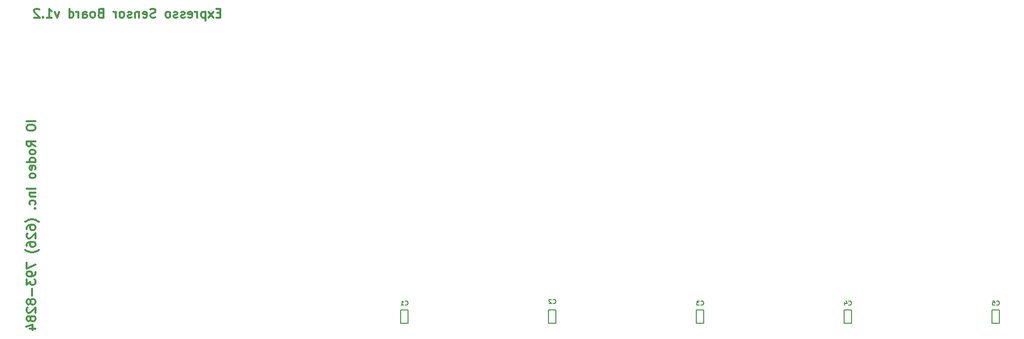
<source format=gbo>
G04 (created by PCBNEW-RS274X (2011-05-25)-stable) date Fri 21 Sep 2012 01:47:41 PM PDT*
G01*
G70*
G90*
%MOIN*%
G04 Gerber Fmt 3.4, Leading zero omitted, Abs format*
%FSLAX34Y34*%
G04 APERTURE LIST*
%ADD10C,0.006000*%
%ADD11C,0.012000*%
%ADD12C,0.005000*%
%ADD13C,0.005900*%
G04 APERTURE END LIST*
G54D10*
G54D11*
X33647Y-12937D02*
X33447Y-12937D01*
X33361Y-13251D02*
X33647Y-13251D01*
X33647Y-12651D01*
X33361Y-12651D01*
X33161Y-13251D02*
X32847Y-12851D01*
X33161Y-12851D02*
X32847Y-13251D01*
X32618Y-12851D02*
X32618Y-13451D01*
X32618Y-12879D02*
X32561Y-12851D01*
X32447Y-12851D01*
X32390Y-12879D01*
X32361Y-12908D01*
X32332Y-12965D01*
X32332Y-13137D01*
X32361Y-13194D01*
X32390Y-13222D01*
X32447Y-13251D01*
X32561Y-13251D01*
X32618Y-13222D01*
X32075Y-13251D02*
X32075Y-12851D01*
X32075Y-12965D02*
X32047Y-12908D01*
X32018Y-12879D01*
X31961Y-12851D01*
X31904Y-12851D01*
X31476Y-13222D02*
X31533Y-13251D01*
X31647Y-13251D01*
X31704Y-13222D01*
X31733Y-13165D01*
X31733Y-12937D01*
X31704Y-12879D01*
X31647Y-12851D01*
X31533Y-12851D01*
X31476Y-12879D01*
X31447Y-12937D01*
X31447Y-12994D01*
X31733Y-13051D01*
X31219Y-13222D02*
X31162Y-13251D01*
X31047Y-13251D01*
X30990Y-13222D01*
X30962Y-13165D01*
X30962Y-13137D01*
X30990Y-13079D01*
X31047Y-13051D01*
X31133Y-13051D01*
X31190Y-13022D01*
X31219Y-12965D01*
X31219Y-12937D01*
X31190Y-12879D01*
X31133Y-12851D01*
X31047Y-12851D01*
X30990Y-12879D01*
X30733Y-13222D02*
X30676Y-13251D01*
X30561Y-13251D01*
X30504Y-13222D01*
X30476Y-13165D01*
X30476Y-13137D01*
X30504Y-13079D01*
X30561Y-13051D01*
X30647Y-13051D01*
X30704Y-13022D01*
X30733Y-12965D01*
X30733Y-12937D01*
X30704Y-12879D01*
X30647Y-12851D01*
X30561Y-12851D01*
X30504Y-12879D01*
X30132Y-13251D02*
X30190Y-13222D01*
X30218Y-13194D01*
X30247Y-13137D01*
X30247Y-12965D01*
X30218Y-12908D01*
X30190Y-12879D01*
X30132Y-12851D01*
X30047Y-12851D01*
X29990Y-12879D01*
X29961Y-12908D01*
X29932Y-12965D01*
X29932Y-13137D01*
X29961Y-13194D01*
X29990Y-13222D01*
X30047Y-13251D01*
X30132Y-13251D01*
X29247Y-13222D02*
X29161Y-13251D01*
X29018Y-13251D01*
X28961Y-13222D01*
X28932Y-13194D01*
X28904Y-13137D01*
X28904Y-13079D01*
X28932Y-13022D01*
X28961Y-12994D01*
X29018Y-12965D01*
X29132Y-12937D01*
X29190Y-12908D01*
X29218Y-12879D01*
X29247Y-12822D01*
X29247Y-12765D01*
X29218Y-12708D01*
X29190Y-12679D01*
X29132Y-12651D01*
X28990Y-12651D01*
X28904Y-12679D01*
X28419Y-13222D02*
X28476Y-13251D01*
X28590Y-13251D01*
X28647Y-13222D01*
X28676Y-13165D01*
X28676Y-12937D01*
X28647Y-12879D01*
X28590Y-12851D01*
X28476Y-12851D01*
X28419Y-12879D01*
X28390Y-12937D01*
X28390Y-12994D01*
X28676Y-13051D01*
X28133Y-12851D02*
X28133Y-13251D01*
X28133Y-12908D02*
X28105Y-12879D01*
X28047Y-12851D01*
X27962Y-12851D01*
X27905Y-12879D01*
X27876Y-12937D01*
X27876Y-13251D01*
X27619Y-13222D02*
X27562Y-13251D01*
X27447Y-13251D01*
X27390Y-13222D01*
X27362Y-13165D01*
X27362Y-13137D01*
X27390Y-13079D01*
X27447Y-13051D01*
X27533Y-13051D01*
X27590Y-13022D01*
X27619Y-12965D01*
X27619Y-12937D01*
X27590Y-12879D01*
X27533Y-12851D01*
X27447Y-12851D01*
X27390Y-12879D01*
X27018Y-13251D02*
X27076Y-13222D01*
X27104Y-13194D01*
X27133Y-13137D01*
X27133Y-12965D01*
X27104Y-12908D01*
X27076Y-12879D01*
X27018Y-12851D01*
X26933Y-12851D01*
X26876Y-12879D01*
X26847Y-12908D01*
X26818Y-12965D01*
X26818Y-13137D01*
X26847Y-13194D01*
X26876Y-13222D01*
X26933Y-13251D01*
X27018Y-13251D01*
X26561Y-13251D02*
X26561Y-12851D01*
X26561Y-12965D02*
X26533Y-12908D01*
X26504Y-12879D01*
X26447Y-12851D01*
X26390Y-12851D01*
X25533Y-12937D02*
X25447Y-12965D01*
X25419Y-12994D01*
X25390Y-13051D01*
X25390Y-13137D01*
X25419Y-13194D01*
X25447Y-13222D01*
X25505Y-13251D01*
X25733Y-13251D01*
X25733Y-12651D01*
X25533Y-12651D01*
X25476Y-12679D01*
X25447Y-12708D01*
X25419Y-12765D01*
X25419Y-12822D01*
X25447Y-12879D01*
X25476Y-12908D01*
X25533Y-12937D01*
X25733Y-12937D01*
X25047Y-13251D02*
X25105Y-13222D01*
X25133Y-13194D01*
X25162Y-13137D01*
X25162Y-12965D01*
X25133Y-12908D01*
X25105Y-12879D01*
X25047Y-12851D01*
X24962Y-12851D01*
X24905Y-12879D01*
X24876Y-12908D01*
X24847Y-12965D01*
X24847Y-13137D01*
X24876Y-13194D01*
X24905Y-13222D01*
X24962Y-13251D01*
X25047Y-13251D01*
X24333Y-13251D02*
X24333Y-12937D01*
X24362Y-12879D01*
X24419Y-12851D01*
X24533Y-12851D01*
X24590Y-12879D01*
X24333Y-13222D02*
X24390Y-13251D01*
X24533Y-13251D01*
X24590Y-13222D01*
X24619Y-13165D01*
X24619Y-13108D01*
X24590Y-13051D01*
X24533Y-13022D01*
X24390Y-13022D01*
X24333Y-12994D01*
X24047Y-13251D02*
X24047Y-12851D01*
X24047Y-12965D02*
X24019Y-12908D01*
X23990Y-12879D01*
X23933Y-12851D01*
X23876Y-12851D01*
X23419Y-13251D02*
X23419Y-12651D01*
X23419Y-13222D02*
X23476Y-13251D01*
X23590Y-13251D01*
X23648Y-13222D01*
X23676Y-13194D01*
X23705Y-13137D01*
X23705Y-12965D01*
X23676Y-12908D01*
X23648Y-12879D01*
X23590Y-12851D01*
X23476Y-12851D01*
X23419Y-12879D01*
X22733Y-12851D02*
X22590Y-13251D01*
X22448Y-12851D01*
X21905Y-13251D02*
X22248Y-13251D01*
X22076Y-13251D02*
X22076Y-12651D01*
X22133Y-12737D01*
X22191Y-12794D01*
X22248Y-12822D01*
X21648Y-13194D02*
X21620Y-13222D01*
X21648Y-13251D01*
X21677Y-13222D01*
X21648Y-13194D01*
X21648Y-13251D01*
X21391Y-12708D02*
X21362Y-12679D01*
X21305Y-12651D01*
X21162Y-12651D01*
X21105Y-12679D01*
X21076Y-12708D01*
X21048Y-12765D01*
X21048Y-12822D01*
X21076Y-12908D01*
X21419Y-13251D01*
X21048Y-13251D01*
X21128Y-20246D02*
X20528Y-20246D01*
X20528Y-20646D02*
X20528Y-20760D01*
X20556Y-20818D01*
X20614Y-20875D01*
X20728Y-20903D01*
X20928Y-20903D01*
X21042Y-20875D01*
X21099Y-20818D01*
X21128Y-20760D01*
X21128Y-20646D01*
X21099Y-20589D01*
X21042Y-20532D01*
X20928Y-20503D01*
X20728Y-20503D01*
X20614Y-20532D01*
X20556Y-20589D01*
X20528Y-20646D01*
X21128Y-21961D02*
X20842Y-21761D01*
X21128Y-21618D02*
X20528Y-21618D01*
X20528Y-21846D01*
X20556Y-21904D01*
X20585Y-21932D01*
X20642Y-21961D01*
X20728Y-21961D01*
X20785Y-21932D01*
X20814Y-21904D01*
X20842Y-21846D01*
X20842Y-21618D01*
X21128Y-22304D02*
X21099Y-22246D01*
X21071Y-22218D01*
X21014Y-22189D01*
X20842Y-22189D01*
X20785Y-22218D01*
X20756Y-22246D01*
X20728Y-22304D01*
X20728Y-22389D01*
X20756Y-22446D01*
X20785Y-22475D01*
X20842Y-22504D01*
X21014Y-22504D01*
X21071Y-22475D01*
X21099Y-22446D01*
X21128Y-22389D01*
X21128Y-22304D01*
X21128Y-23018D02*
X20528Y-23018D01*
X21099Y-23018D02*
X21128Y-22961D01*
X21128Y-22847D01*
X21099Y-22789D01*
X21071Y-22761D01*
X21014Y-22732D01*
X20842Y-22732D01*
X20785Y-22761D01*
X20756Y-22789D01*
X20728Y-22847D01*
X20728Y-22961D01*
X20756Y-23018D01*
X21099Y-23532D02*
X21128Y-23475D01*
X21128Y-23361D01*
X21099Y-23304D01*
X21042Y-23275D01*
X20814Y-23275D01*
X20756Y-23304D01*
X20728Y-23361D01*
X20728Y-23475D01*
X20756Y-23532D01*
X20814Y-23561D01*
X20871Y-23561D01*
X20928Y-23275D01*
X21128Y-23904D02*
X21099Y-23846D01*
X21071Y-23818D01*
X21014Y-23789D01*
X20842Y-23789D01*
X20785Y-23818D01*
X20756Y-23846D01*
X20728Y-23904D01*
X20728Y-23989D01*
X20756Y-24046D01*
X20785Y-24075D01*
X20842Y-24104D01*
X21014Y-24104D01*
X21071Y-24075D01*
X21099Y-24046D01*
X21128Y-23989D01*
X21128Y-23904D01*
X21128Y-24818D02*
X20528Y-24818D01*
X20728Y-25104D02*
X21128Y-25104D01*
X20785Y-25104D02*
X20756Y-25132D01*
X20728Y-25190D01*
X20728Y-25275D01*
X20756Y-25332D01*
X20814Y-25361D01*
X21128Y-25361D01*
X21099Y-25904D02*
X21128Y-25847D01*
X21128Y-25733D01*
X21099Y-25675D01*
X21071Y-25647D01*
X21014Y-25618D01*
X20842Y-25618D01*
X20785Y-25647D01*
X20756Y-25675D01*
X20728Y-25733D01*
X20728Y-25847D01*
X20756Y-25904D01*
X21071Y-26161D02*
X21099Y-26189D01*
X21128Y-26161D01*
X21099Y-26132D01*
X21071Y-26161D01*
X21128Y-26161D01*
X21356Y-27075D02*
X21328Y-27047D01*
X21242Y-26990D01*
X21185Y-26961D01*
X21099Y-26932D01*
X20956Y-26904D01*
X20842Y-26904D01*
X20699Y-26932D01*
X20614Y-26961D01*
X20556Y-26990D01*
X20471Y-27047D01*
X20442Y-27075D01*
X20528Y-27561D02*
X20528Y-27447D01*
X20556Y-27390D01*
X20585Y-27361D01*
X20671Y-27304D01*
X20785Y-27275D01*
X21014Y-27275D01*
X21071Y-27304D01*
X21099Y-27332D01*
X21128Y-27390D01*
X21128Y-27504D01*
X21099Y-27561D01*
X21071Y-27590D01*
X21014Y-27618D01*
X20871Y-27618D01*
X20814Y-27590D01*
X20785Y-27561D01*
X20756Y-27504D01*
X20756Y-27390D01*
X20785Y-27332D01*
X20814Y-27304D01*
X20871Y-27275D01*
X20585Y-27846D02*
X20556Y-27875D01*
X20528Y-27932D01*
X20528Y-28075D01*
X20556Y-28132D01*
X20585Y-28161D01*
X20642Y-28189D01*
X20699Y-28189D01*
X20785Y-28161D01*
X21128Y-27818D01*
X21128Y-28189D01*
X20528Y-28703D02*
X20528Y-28589D01*
X20556Y-28532D01*
X20585Y-28503D01*
X20671Y-28446D01*
X20785Y-28417D01*
X21014Y-28417D01*
X21071Y-28446D01*
X21099Y-28474D01*
X21128Y-28532D01*
X21128Y-28646D01*
X21099Y-28703D01*
X21071Y-28732D01*
X21014Y-28760D01*
X20871Y-28760D01*
X20814Y-28732D01*
X20785Y-28703D01*
X20756Y-28646D01*
X20756Y-28532D01*
X20785Y-28474D01*
X20814Y-28446D01*
X20871Y-28417D01*
X21356Y-28960D02*
X21328Y-28988D01*
X21242Y-29045D01*
X21185Y-29074D01*
X21099Y-29103D01*
X20956Y-29131D01*
X20842Y-29131D01*
X20699Y-29103D01*
X20614Y-29074D01*
X20556Y-29045D01*
X20471Y-28988D01*
X20442Y-28960D01*
X20528Y-29817D02*
X20528Y-30217D01*
X21128Y-29960D01*
X21128Y-30473D02*
X21128Y-30588D01*
X21099Y-30645D01*
X21071Y-30673D01*
X20985Y-30731D01*
X20871Y-30759D01*
X20642Y-30759D01*
X20585Y-30731D01*
X20556Y-30702D01*
X20528Y-30645D01*
X20528Y-30531D01*
X20556Y-30473D01*
X20585Y-30445D01*
X20642Y-30416D01*
X20785Y-30416D01*
X20842Y-30445D01*
X20871Y-30473D01*
X20899Y-30531D01*
X20899Y-30645D01*
X20871Y-30702D01*
X20842Y-30731D01*
X20785Y-30759D01*
X20528Y-30959D02*
X20528Y-31330D01*
X20756Y-31130D01*
X20756Y-31216D01*
X20785Y-31273D01*
X20814Y-31302D01*
X20871Y-31330D01*
X21014Y-31330D01*
X21071Y-31302D01*
X21099Y-31273D01*
X21128Y-31216D01*
X21128Y-31044D01*
X21099Y-30987D01*
X21071Y-30959D01*
X20899Y-31587D02*
X20899Y-32044D01*
X20785Y-32416D02*
X20756Y-32358D01*
X20728Y-32330D01*
X20671Y-32301D01*
X20642Y-32301D01*
X20585Y-32330D01*
X20556Y-32358D01*
X20528Y-32416D01*
X20528Y-32530D01*
X20556Y-32587D01*
X20585Y-32616D01*
X20642Y-32644D01*
X20671Y-32644D01*
X20728Y-32616D01*
X20756Y-32587D01*
X20785Y-32530D01*
X20785Y-32416D01*
X20814Y-32358D01*
X20842Y-32330D01*
X20899Y-32301D01*
X21014Y-32301D01*
X21071Y-32330D01*
X21099Y-32358D01*
X21128Y-32416D01*
X21128Y-32530D01*
X21099Y-32587D01*
X21071Y-32616D01*
X21014Y-32644D01*
X20899Y-32644D01*
X20842Y-32616D01*
X20814Y-32587D01*
X20785Y-32530D01*
X20585Y-32872D02*
X20556Y-32901D01*
X20528Y-32958D01*
X20528Y-33101D01*
X20556Y-33158D01*
X20585Y-33187D01*
X20642Y-33215D01*
X20699Y-33215D01*
X20785Y-33187D01*
X21128Y-32844D01*
X21128Y-33215D01*
X20785Y-33558D02*
X20756Y-33500D01*
X20728Y-33472D01*
X20671Y-33443D01*
X20642Y-33443D01*
X20585Y-33472D01*
X20556Y-33500D01*
X20528Y-33558D01*
X20528Y-33672D01*
X20556Y-33729D01*
X20585Y-33758D01*
X20642Y-33786D01*
X20671Y-33786D01*
X20728Y-33758D01*
X20756Y-33729D01*
X20785Y-33672D01*
X20785Y-33558D01*
X20814Y-33500D01*
X20842Y-33472D01*
X20899Y-33443D01*
X21014Y-33443D01*
X21071Y-33472D01*
X21099Y-33500D01*
X21128Y-33558D01*
X21128Y-33672D01*
X21099Y-33729D01*
X21071Y-33758D01*
X21014Y-33786D01*
X20899Y-33786D01*
X20842Y-33758D01*
X20814Y-33729D01*
X20785Y-33672D01*
X20728Y-34300D02*
X21128Y-34300D01*
X20499Y-34157D02*
X20928Y-34014D01*
X20928Y-34386D01*
G54D12*
X45835Y-33037D02*
X45835Y-33937D01*
X45835Y-33937D02*
X46335Y-33937D01*
X46335Y-33937D02*
X46335Y-33037D01*
X46335Y-33037D02*
X45835Y-33037D01*
X55835Y-33037D02*
X55835Y-33937D01*
X55835Y-33937D02*
X56335Y-33937D01*
X56335Y-33937D02*
X56335Y-33037D01*
X56335Y-33037D02*
X55835Y-33037D01*
X65835Y-33037D02*
X65835Y-33937D01*
X65835Y-33937D02*
X66335Y-33937D01*
X66335Y-33937D02*
X66335Y-33037D01*
X66335Y-33037D02*
X65835Y-33037D01*
X75835Y-33037D02*
X75835Y-33937D01*
X75835Y-33937D02*
X76335Y-33937D01*
X76335Y-33937D02*
X76335Y-33037D01*
X76335Y-33037D02*
X75835Y-33037D01*
X85835Y-33037D02*
X85835Y-33937D01*
X85835Y-33937D02*
X86335Y-33937D01*
X86335Y-33937D02*
X86335Y-33037D01*
X86335Y-33037D02*
X85835Y-33037D01*
G54D13*
X46134Y-32678D02*
X46148Y-32692D01*
X46190Y-32706D01*
X46218Y-32706D01*
X46261Y-32692D01*
X46289Y-32664D01*
X46303Y-32636D01*
X46317Y-32579D01*
X46317Y-32537D01*
X46303Y-32481D01*
X46289Y-32453D01*
X46261Y-32425D01*
X46218Y-32411D01*
X46190Y-32411D01*
X46148Y-32425D01*
X46134Y-32439D01*
X45853Y-32706D02*
X46022Y-32706D01*
X45938Y-32706D02*
X45938Y-32411D01*
X45966Y-32453D01*
X45994Y-32481D01*
X46022Y-32495D01*
X56134Y-32578D02*
X56148Y-32592D01*
X56190Y-32606D01*
X56218Y-32606D01*
X56261Y-32592D01*
X56289Y-32564D01*
X56303Y-32536D01*
X56317Y-32479D01*
X56317Y-32437D01*
X56303Y-32381D01*
X56289Y-32353D01*
X56261Y-32325D01*
X56218Y-32311D01*
X56190Y-32311D01*
X56148Y-32325D01*
X56134Y-32339D01*
X56022Y-32339D02*
X56008Y-32325D01*
X55980Y-32311D01*
X55909Y-32311D01*
X55881Y-32325D01*
X55867Y-32339D01*
X55853Y-32367D01*
X55853Y-32395D01*
X55867Y-32437D01*
X56036Y-32606D01*
X55853Y-32606D01*
X66134Y-32678D02*
X66148Y-32692D01*
X66190Y-32706D01*
X66218Y-32706D01*
X66261Y-32692D01*
X66289Y-32664D01*
X66303Y-32636D01*
X66317Y-32579D01*
X66317Y-32537D01*
X66303Y-32481D01*
X66289Y-32453D01*
X66261Y-32425D01*
X66218Y-32411D01*
X66190Y-32411D01*
X66148Y-32425D01*
X66134Y-32439D01*
X66036Y-32411D02*
X65853Y-32411D01*
X65952Y-32523D01*
X65909Y-32523D01*
X65881Y-32537D01*
X65867Y-32551D01*
X65853Y-32579D01*
X65853Y-32650D01*
X65867Y-32678D01*
X65881Y-32692D01*
X65909Y-32706D01*
X65994Y-32706D01*
X66022Y-32692D01*
X66036Y-32678D01*
X76134Y-32678D02*
X76148Y-32692D01*
X76190Y-32706D01*
X76218Y-32706D01*
X76261Y-32692D01*
X76289Y-32664D01*
X76303Y-32636D01*
X76317Y-32579D01*
X76317Y-32537D01*
X76303Y-32481D01*
X76289Y-32453D01*
X76261Y-32425D01*
X76218Y-32411D01*
X76190Y-32411D01*
X76148Y-32425D01*
X76134Y-32439D01*
X75881Y-32509D02*
X75881Y-32706D01*
X75952Y-32397D02*
X76022Y-32608D01*
X75839Y-32608D01*
X86134Y-32678D02*
X86148Y-32692D01*
X86190Y-32706D01*
X86218Y-32706D01*
X86261Y-32692D01*
X86289Y-32664D01*
X86303Y-32636D01*
X86317Y-32579D01*
X86317Y-32537D01*
X86303Y-32481D01*
X86289Y-32453D01*
X86261Y-32425D01*
X86218Y-32411D01*
X86190Y-32411D01*
X86148Y-32425D01*
X86134Y-32439D01*
X85867Y-32411D02*
X86008Y-32411D01*
X86022Y-32551D01*
X86008Y-32537D01*
X85980Y-32523D01*
X85909Y-32523D01*
X85881Y-32537D01*
X85867Y-32551D01*
X85853Y-32579D01*
X85853Y-32650D01*
X85867Y-32678D01*
X85881Y-32692D01*
X85909Y-32706D01*
X85980Y-32706D01*
X86008Y-32692D01*
X86022Y-32678D01*
M02*

</source>
